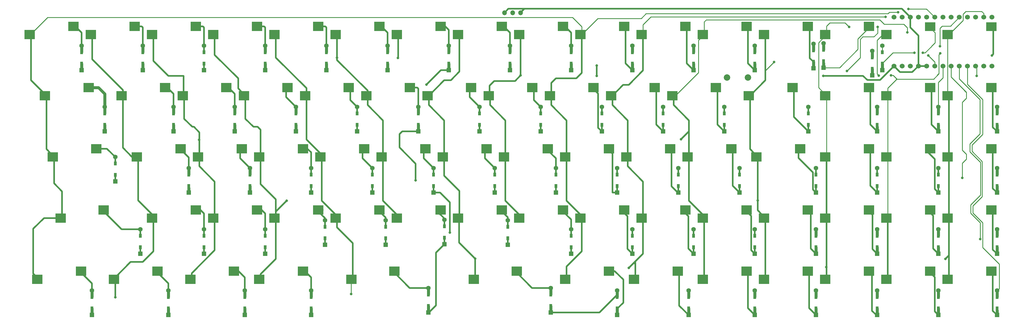
<source format=gbl>
G04 #@! TF.GenerationSoftware,KiCad,Pcbnew,(5.1.10-1-10_14)*
G04 #@! TF.CreationDate,2021-12-29T22:31:36+09:00*
G04 #@! TF.ProjectId,9674GL,39363734-474c-42e6-9b69-6361645f7063,rev?*
G04 #@! TF.SameCoordinates,Original*
G04 #@! TF.FileFunction,Copper,L2,Bot*
G04 #@! TF.FilePolarity,Positive*
%FSLAX46Y46*%
G04 Gerber Fmt 4.6, Leading zero omitted, Abs format (unit mm)*
G04 Created by KiCad (PCBNEW (5.1.10-1-10_14)) date 2021-12-29 22:31:36*
%MOMM*%
%LPD*%
G01*
G04 APERTURE LIST*
G04 #@! TA.AperFunction,ComponentPad*
%ADD10C,1.397000*%
G04 #@! TD*
G04 #@! TA.AperFunction,ComponentPad*
%ADD11R,1.397000X1.397000*%
G04 #@! TD*
G04 #@! TA.AperFunction,SMDPad,CuDef*
%ADD12R,0.950000X1.300000*%
G04 #@! TD*
G04 #@! TA.AperFunction,SMDPad,CuDef*
%ADD13R,3.300000X3.000000*%
G04 #@! TD*
G04 #@! TA.AperFunction,SMDPad,CuDef*
%ADD14R,3.300000X2.800000*%
G04 #@! TD*
G04 #@! TA.AperFunction,ComponentPad*
%ADD15O,1.500000X1.500000*%
G04 #@! TD*
G04 #@! TA.AperFunction,ComponentPad*
%ADD16C,1.524000*%
G04 #@! TD*
G04 #@! TA.AperFunction,ComponentPad*
%ADD17C,2.000000*%
G04 #@! TD*
G04 #@! TA.AperFunction,ViaPad*
%ADD18C,0.800000*%
G04 #@! TD*
G04 #@! TA.AperFunction,Conductor*
%ADD19C,0.500000*%
G04 #@! TD*
G04 #@! TA.AperFunction,Conductor*
%ADD20C,0.900000*%
G04 #@! TD*
G04 #@! TA.AperFunction,Conductor*
%ADD21C,0.250000*%
G04 #@! TD*
G04 APERTURE END LIST*
D10*
X64293750Y-105727500D03*
D11*
X64293750Y-113347500D03*
D12*
X64293750Y-111312500D03*
X64293750Y-107762500D03*
D10*
X37306250Y-29527500D03*
D11*
X37306250Y-37147500D03*
D12*
X37306250Y-35112500D03*
X37306250Y-31562500D03*
D10*
X322262500Y-105727500D03*
D11*
X322262500Y-113347500D03*
D12*
X322262500Y-111312500D03*
X322262500Y-107762500D03*
D10*
X322262500Y-86677500D03*
D11*
X322262500Y-94297500D03*
D12*
X322262500Y-92262500D03*
X322262500Y-88712500D03*
D10*
X322262500Y-67627500D03*
D11*
X322262500Y-75247500D03*
D12*
X322262500Y-73212500D03*
X322262500Y-69662500D03*
D10*
X322262500Y-48577500D03*
D11*
X322262500Y-56197500D03*
D12*
X322262500Y-54162500D03*
X322262500Y-50612500D03*
D10*
X283368750Y-31115000D03*
D11*
X283368750Y-38735000D03*
D12*
X283368750Y-36700000D03*
X283368750Y-33150000D03*
D10*
X304006250Y-105727500D03*
D11*
X304006250Y-113347500D03*
D12*
X304006250Y-111312500D03*
X304006250Y-107762500D03*
D10*
X304006250Y-86677500D03*
D11*
X304006250Y-94297500D03*
D12*
X304006250Y-92262500D03*
X304006250Y-88712500D03*
D10*
X304006250Y-67627500D03*
D11*
X304006250Y-75247500D03*
D12*
X304006250Y-73212500D03*
X304006250Y-69662500D03*
D10*
X304006250Y-48577500D03*
D11*
X304006250Y-56197500D03*
D12*
X304006250Y-54162500D03*
X304006250Y-50612500D03*
D10*
X286543750Y-29527500D03*
D11*
X286543750Y-37147500D03*
D12*
X286543750Y-35112500D03*
X286543750Y-31562500D03*
D10*
X284956250Y-105727500D03*
D11*
X284956250Y-113347500D03*
D12*
X284956250Y-111312500D03*
X284956250Y-107762500D03*
D10*
X284956250Y-86677500D03*
D11*
X284956250Y-94297500D03*
D12*
X284956250Y-92262500D03*
X284956250Y-88712500D03*
D10*
X284956250Y-67627500D03*
D11*
X284956250Y-75247500D03*
D12*
X284956250Y-73212500D03*
X284956250Y-69662500D03*
D10*
X284956250Y-48577500D03*
D11*
X284956250Y-56197500D03*
D12*
X284956250Y-54162500D03*
X284956250Y-50612500D03*
D10*
X268287500Y-28733750D03*
D11*
X268287500Y-36353750D03*
D12*
X268287500Y-34318750D03*
X268287500Y-30768750D03*
D10*
X265906250Y-105727500D03*
D11*
X265906250Y-113347500D03*
D12*
X265906250Y-111312500D03*
X265906250Y-107762500D03*
D10*
X265906250Y-86677500D03*
D11*
X265906250Y-94297500D03*
D12*
X265906250Y-92262500D03*
X265906250Y-88712500D03*
D10*
X265906250Y-67627500D03*
D11*
X265906250Y-75247500D03*
D12*
X265906250Y-73212500D03*
X265906250Y-69662500D03*
D10*
X263525000Y-48577500D03*
D11*
X263525000Y-56197500D03*
D12*
X263525000Y-54162500D03*
X263525000Y-50612500D03*
D10*
X265112500Y-28921250D03*
D11*
X265112500Y-36541250D03*
D12*
X265112500Y-34506250D03*
X265112500Y-30956250D03*
D10*
X246856250Y-105727500D03*
D11*
X246856250Y-113347500D03*
D12*
X246856250Y-111312500D03*
X246856250Y-107762500D03*
D10*
X246856250Y-86677500D03*
D11*
X246856250Y-94297500D03*
D12*
X246856250Y-92262500D03*
X246856250Y-88712500D03*
D10*
X242093750Y-67627500D03*
D11*
X242093750Y-75247500D03*
D12*
X242093750Y-73212500D03*
X242093750Y-69662500D03*
D10*
X237331250Y-48577500D03*
D11*
X237331250Y-56197500D03*
D12*
X237331250Y-54162500D03*
X237331250Y-50612500D03*
D10*
X246856250Y-29527500D03*
D11*
X246856250Y-37147500D03*
D12*
X246856250Y-35112500D03*
X246856250Y-31562500D03*
D10*
X226218750Y-105727500D03*
D11*
X226218750Y-113347500D03*
D12*
X226218750Y-111312500D03*
X226218750Y-107762500D03*
D10*
X227806250Y-86677500D03*
D11*
X227806250Y-94297500D03*
D12*
X227806250Y-92262500D03*
X227806250Y-88712500D03*
D10*
X223043750Y-67627500D03*
D11*
X223043750Y-75247500D03*
D12*
X223043750Y-73212500D03*
X223043750Y-69662500D03*
D10*
X218281250Y-48577500D03*
D11*
X218281250Y-56197500D03*
D12*
X218281250Y-54162500D03*
X218281250Y-50612500D03*
D10*
X227806250Y-29527500D03*
D11*
X227806250Y-37147500D03*
D12*
X227806250Y-35112500D03*
X227806250Y-31562500D03*
D10*
X203993750Y-105727500D03*
D11*
X203993750Y-113347500D03*
D12*
X203993750Y-111312500D03*
X203993750Y-107762500D03*
D10*
X208756250Y-86677500D03*
D11*
X208756250Y-94297500D03*
D12*
X208756250Y-92262500D03*
X208756250Y-88712500D03*
D10*
X203993750Y-67627500D03*
D11*
X203993750Y-75247500D03*
D12*
X203993750Y-73212500D03*
X203993750Y-69662500D03*
D10*
X199231250Y-48577500D03*
D11*
X199231250Y-56197500D03*
D12*
X199231250Y-54162500D03*
X199231250Y-50612500D03*
D10*
X208756250Y-29527500D03*
D11*
X208756250Y-37147500D03*
D12*
X208756250Y-35112500D03*
X208756250Y-31562500D03*
D10*
X189706250Y-86677500D03*
D11*
X189706250Y-94297500D03*
D12*
X189706250Y-92262500D03*
X189706250Y-88712500D03*
D10*
X184943750Y-67627500D03*
D11*
X184943750Y-75247500D03*
D12*
X184943750Y-73212500D03*
X184943750Y-69662500D03*
D10*
X180181250Y-48577500D03*
D11*
X180181250Y-56197500D03*
D12*
X180181250Y-54162500D03*
X180181250Y-50612500D03*
D10*
X189706250Y-29527500D03*
D11*
X189706250Y-37147500D03*
D12*
X189706250Y-35112500D03*
X189706250Y-31562500D03*
D10*
X183356250Y-104933750D03*
D11*
X183356250Y-112553750D03*
D12*
X183356250Y-110518750D03*
X183356250Y-106968750D03*
D10*
X169926000Y-83820000D03*
D11*
X169926000Y-91440000D03*
D12*
X169926000Y-89405000D03*
X169926000Y-85855000D03*
D10*
X165893750Y-67627500D03*
D11*
X165893750Y-75247500D03*
D12*
X165893750Y-73212500D03*
X165893750Y-69662500D03*
D10*
X161131250Y-48577500D03*
D11*
X161131250Y-56197500D03*
D12*
X161131250Y-54162500D03*
X161131250Y-50612500D03*
D10*
X170656250Y-29527500D03*
D11*
X170656250Y-37147500D03*
D12*
X170656250Y-35112500D03*
X170656250Y-31562500D03*
D10*
X150241000Y-83693000D03*
D11*
X150241000Y-91313000D03*
D12*
X150241000Y-89278000D03*
X150241000Y-85728000D03*
D10*
X146843750Y-67627500D03*
D11*
X146843750Y-75247500D03*
D12*
X146843750Y-73212500D03*
X146843750Y-69662500D03*
D10*
X142081250Y-48577500D03*
D11*
X142081250Y-56197500D03*
D12*
X142081250Y-54162500D03*
X142081250Y-50612500D03*
D10*
X151606250Y-29527500D03*
D11*
X151606250Y-37147500D03*
D12*
X151606250Y-35112500D03*
X151606250Y-31562500D03*
D10*
X132556250Y-29527500D03*
D11*
X132556250Y-37147500D03*
D12*
X132556250Y-35112500D03*
X132556250Y-31562500D03*
D10*
X145256250Y-104933750D03*
D11*
X145256250Y-112553750D03*
D12*
X145256250Y-110518750D03*
X145256250Y-106968750D03*
D10*
X131953000Y-83820000D03*
D11*
X131953000Y-91440000D03*
D12*
X131953000Y-89405000D03*
X131953000Y-85855000D03*
D10*
X127793750Y-67627500D03*
D11*
X127793750Y-75247500D03*
D12*
X127793750Y-73212500D03*
X127793750Y-69662500D03*
D10*
X123031250Y-48577500D03*
D11*
X123031250Y-56197500D03*
D12*
X123031250Y-54162500D03*
X123031250Y-50612500D03*
D10*
X113506250Y-29527500D03*
D11*
X113506250Y-37147500D03*
D12*
X113506250Y-35112500D03*
X113506250Y-31562500D03*
D10*
X108743750Y-105727500D03*
D11*
X108743750Y-113347500D03*
D12*
X108743750Y-111312500D03*
X108743750Y-107762500D03*
D10*
X113030000Y-83820000D03*
D11*
X113030000Y-91440000D03*
D12*
X113030000Y-89405000D03*
X113030000Y-85855000D03*
D10*
X108743750Y-67627500D03*
D11*
X108743750Y-75247500D03*
D12*
X108743750Y-73212500D03*
X108743750Y-69662500D03*
D10*
X103981250Y-48577500D03*
D11*
X103981250Y-56197500D03*
D12*
X103981250Y-54162500D03*
X103981250Y-50612500D03*
D10*
X94456250Y-29527500D03*
D11*
X94456250Y-37147500D03*
D12*
X94456250Y-35112500D03*
X94456250Y-31562500D03*
D10*
X88106250Y-105727500D03*
D11*
X88106250Y-113347500D03*
D12*
X88106250Y-111312500D03*
X88106250Y-107762500D03*
D10*
X94456250Y-86677500D03*
D11*
X94456250Y-94297500D03*
D12*
X94456250Y-92262500D03*
X94456250Y-88712500D03*
D10*
X89693750Y-67627500D03*
D11*
X89693750Y-75247500D03*
D12*
X89693750Y-73212500D03*
X89693750Y-69662500D03*
D10*
X84931250Y-48577500D03*
D11*
X84931250Y-56197500D03*
D12*
X84931250Y-54162500D03*
X84931250Y-50612500D03*
D10*
X75406250Y-29527500D03*
D11*
X75406250Y-37147500D03*
D12*
X75406250Y-35112500D03*
X75406250Y-31562500D03*
D10*
X75406250Y-86677500D03*
D11*
X75406250Y-94297500D03*
D12*
X75406250Y-92262500D03*
X75406250Y-88712500D03*
D10*
X70643750Y-67627500D03*
D11*
X70643750Y-75247500D03*
D12*
X70643750Y-73212500D03*
X70643750Y-69662500D03*
D10*
X65881250Y-48577500D03*
D11*
X65881250Y-56197500D03*
D12*
X65881250Y-54162500D03*
X65881250Y-50612500D03*
D10*
X56356250Y-29527500D03*
D11*
X56356250Y-37147500D03*
D12*
X56356250Y-35112500D03*
X56356250Y-31562500D03*
D10*
X40481250Y-105727500D03*
D11*
X40481250Y-113347500D03*
D12*
X40481250Y-111312500D03*
X40481250Y-107762500D03*
D10*
X55562500Y-86677500D03*
D11*
X55562500Y-94297500D03*
D12*
X55562500Y-92262500D03*
X55562500Y-88712500D03*
D10*
X47752000Y-64135000D03*
D11*
X47752000Y-71755000D03*
D12*
X47752000Y-69720000D03*
X47752000Y-66170000D03*
D10*
X44450000Y-48577500D03*
D11*
X44450000Y-56197500D03*
D12*
X44450000Y-54162500D03*
X44450000Y-50612500D03*
D13*
X168075000Y-80605000D03*
X154475000Y-83145000D03*
X60918750Y-99655000D03*
X47318750Y-102195000D03*
X28268750Y-64095000D03*
X41868750Y-61555000D03*
X301425000Y-42505000D03*
X287825000Y-45045000D03*
X44150000Y-80645000D03*
X30750000Y-83185000D03*
X172737500Y-99695000D03*
X159337500Y-102235000D03*
X134637500Y-99695000D03*
X121237500Y-102235000D03*
X287825000Y-25995000D03*
D14*
X301425000Y-23555000D03*
D13*
X306875000Y-25995000D03*
D14*
X320475000Y-23555000D03*
D15*
X173950000Y-19227000D03*
X171450000Y-19227000D03*
X168950000Y-19227000D03*
D13*
X320475000Y-80605000D03*
X306875000Y-83145000D03*
X282375000Y-23455000D03*
X268775000Y-25995000D03*
D16*
X290163250Y-20637500D03*
X290163250Y-35857500D03*
X292703250Y-35857500D03*
X295243250Y-35857500D03*
X297783250Y-35857500D03*
X300323250Y-35857500D03*
X302863250Y-35857500D03*
X305403250Y-35857500D03*
X307943250Y-35857500D03*
X310483250Y-35857500D03*
X313023250Y-35857500D03*
X315563250Y-35857500D03*
X318103250Y-35857500D03*
X320643250Y-35857500D03*
X320643250Y-20637500D03*
X318103250Y-20637500D03*
X315563250Y-20637500D03*
X313023250Y-20637500D03*
X310483250Y-20637500D03*
X307943250Y-20637500D03*
X305403250Y-20637500D03*
X302863250Y-20637500D03*
X300323250Y-20637500D03*
X297783250Y-20637500D03*
X295243250Y-20637500D03*
X292703250Y-20637500D03*
D13*
X84731250Y-99655000D03*
X71131250Y-102195000D03*
D17*
X244677000Y-39370000D03*
X238177000Y-39370000D03*
D13*
X320475000Y-99655000D03*
X306875000Y-102195000D03*
X320475000Y-61555000D03*
X306875000Y-64095000D03*
X320475000Y-42505000D03*
X306875000Y-45045000D03*
X301425000Y-99655000D03*
X287825000Y-102195000D03*
X301425000Y-80605000D03*
X287825000Y-83145000D03*
X301425000Y-61555000D03*
X287825000Y-64095000D03*
X282375000Y-99655000D03*
X268775000Y-102195000D03*
X282375000Y-80605000D03*
X268775000Y-83145000D03*
X282375000Y-61555000D03*
X268775000Y-64095000D03*
X282375000Y-42505000D03*
X268775000Y-45045000D03*
X263325000Y-99655000D03*
X249725000Y-102195000D03*
X263325000Y-80605000D03*
X249725000Y-83145000D03*
X260943750Y-61555000D03*
X247343750Y-64095000D03*
X244962500Y-45045000D03*
X258562500Y-42505000D03*
X263325000Y-23455000D03*
X249725000Y-25995000D03*
X244275000Y-99655000D03*
X230675000Y-102195000D03*
X244275000Y-80605000D03*
X230675000Y-83145000D03*
X239512500Y-61555000D03*
X225912500Y-64095000D03*
X234750000Y-42505000D03*
X221150000Y-45045000D03*
X244275000Y-23455000D03*
X230675000Y-25995000D03*
X222843750Y-99655000D03*
X209243750Y-102195000D03*
X225225000Y-80605000D03*
X211625000Y-83145000D03*
X220462500Y-61555000D03*
X206862500Y-64095000D03*
X215700000Y-42505000D03*
X202100000Y-45045000D03*
X225225000Y-23455000D03*
X211625000Y-25995000D03*
X201412500Y-99655000D03*
X187812500Y-102195000D03*
X206175000Y-80605000D03*
X192575000Y-83145000D03*
X201412500Y-61555000D03*
X187812500Y-64095000D03*
X196650000Y-42505000D03*
X183050000Y-45045000D03*
X206175000Y-23455000D03*
X192575000Y-25995000D03*
X187125000Y-80605000D03*
X173525000Y-83145000D03*
X182362500Y-61555000D03*
X168762500Y-64095000D03*
X177600000Y-42505000D03*
X164000000Y-45045000D03*
X187125000Y-23455000D03*
X173525000Y-25995000D03*
X163312500Y-61555000D03*
X149712500Y-64095000D03*
X158550000Y-42505000D03*
X144950000Y-45045000D03*
X168075000Y-23455000D03*
X154475000Y-25995000D03*
X149025000Y-80605000D03*
X135425000Y-83145000D03*
X144262500Y-61555000D03*
X130662500Y-64095000D03*
X139500000Y-42505000D03*
X125900000Y-45045000D03*
X149025000Y-23455000D03*
X135425000Y-25995000D03*
X129975000Y-23455000D03*
X116375000Y-25995000D03*
X129975000Y-80605000D03*
X116375000Y-83145000D03*
X125212500Y-61555000D03*
X111612500Y-64095000D03*
X120450000Y-42505000D03*
X106850000Y-45045000D03*
X110925000Y-23455000D03*
X97325000Y-25995000D03*
X106162500Y-99655000D03*
X92562500Y-102195000D03*
X110925000Y-80605000D03*
X97325000Y-83145000D03*
X106162500Y-61555000D03*
X92562500Y-64095000D03*
X101400000Y-42505000D03*
X87800000Y-45045000D03*
X91875000Y-23455000D03*
X78275000Y-25995000D03*
X91875000Y-80605000D03*
X78275000Y-83145000D03*
X87112500Y-61555000D03*
X73512500Y-64095000D03*
X82350000Y-42505000D03*
X68750000Y-45045000D03*
X72825000Y-23455000D03*
X59225000Y-25995000D03*
X72825000Y-80605000D03*
X59225000Y-83145000D03*
X68062500Y-61555000D03*
X54462500Y-64095000D03*
X63300000Y-42505000D03*
X49700000Y-45045000D03*
X53775000Y-23455000D03*
X40175000Y-25995000D03*
X37106250Y-99655000D03*
X23506250Y-102195000D03*
X25887500Y-45045000D03*
X39487500Y-42505000D03*
X34725000Y-23455000D03*
X21125000Y-25995000D03*
D18*
X291425000Y-19075000D03*
X294700000Y-18075000D03*
X207645000Y-98679000D03*
X47768750Y-107843750D03*
X287525000Y-20500000D03*
X73875001Y-58793751D03*
X294354999Y-25320001D03*
X223931250Y-58593750D03*
X247793750Y-77643750D03*
X252868751Y-34587501D03*
X101112500Y-77787500D03*
X304475000Y-29650000D03*
X276225000Y-23656002D03*
X269081250Y-98425000D03*
X121150000Y-106807000D03*
X197643750Y-35718750D03*
X197643750Y-38893750D03*
X135731250Y-33337500D03*
X116825000Y-33225000D03*
X304575000Y-31875000D03*
X285425000Y-38800000D03*
X289225000Y-38750000D03*
X159771501Y-95815999D03*
X306197000Y-95885000D03*
X173975000Y-38750000D03*
X315912500Y-38893750D03*
X299200000Y-31725000D03*
X296525000Y-31725000D03*
X320675000Y-32543750D03*
X268128750Y-38893750D03*
X275497749Y-37377251D03*
X285075000Y-23650000D03*
X300831250Y-32543750D03*
X144667499Y-41592499D03*
X141287500Y-71437500D03*
X311404000Y-70612000D03*
X316992000Y-89662000D03*
X151892000Y-87630000D03*
D19*
X34275000Y-23455000D02*
X35361250Y-23455000D01*
X37306250Y-25400000D02*
X37306250Y-29527500D01*
X35361250Y-23455000D02*
X37306250Y-25400000D01*
D20*
X37306250Y-31562500D02*
X37306250Y-29527500D01*
D19*
X26337500Y-61713750D02*
X28718750Y-64095000D01*
X26337500Y-45045000D02*
X26337500Y-61713750D01*
X28718750Y-64095000D02*
X28718750Y-72375000D01*
X31200000Y-74856250D02*
X31200000Y-83185000D01*
X28718750Y-72375000D02*
X31200000Y-74856250D01*
X193025000Y-25995000D02*
X193025000Y-37956250D01*
X193025000Y-37956250D02*
X191293750Y-39687500D01*
X191293750Y-39687500D02*
X184943750Y-39687500D01*
X183500000Y-41131250D02*
X183500000Y-45045000D01*
X184943750Y-39687500D02*
X183500000Y-41131250D01*
X188262500Y-52761502D02*
X183500000Y-47999002D01*
X183500000Y-47999002D02*
X183500000Y-45045000D01*
X188262500Y-64095000D02*
X188262500Y-52761502D01*
X193025000Y-82544998D02*
X193025000Y-83145000D01*
X188262500Y-64095000D02*
X188262500Y-77782498D01*
X188262500Y-77782498D02*
X193025000Y-82544998D01*
X193025000Y-83145000D02*
X193025000Y-93518750D01*
X188262500Y-98281250D02*
X188262500Y-102195000D01*
X193025000Y-93518750D02*
X188262500Y-98281250D01*
X25558750Y-83185000D02*
X22225000Y-86518750D01*
X22225000Y-86518750D02*
X22225000Y-100463750D01*
X22225000Y-100463750D02*
X23956250Y-102195000D01*
X31200000Y-83185000D02*
X25558750Y-83185000D01*
D21*
X21575000Y-25995000D02*
X21575000Y-25850000D01*
X193025000Y-25995000D02*
X193025000Y-23600000D01*
X26725000Y-20700000D02*
X190125000Y-20700000D01*
X190125000Y-20700000D02*
X193025000Y-23600000D01*
X21575000Y-25850000D02*
X26725000Y-20700000D01*
D19*
X21575000Y-40282500D02*
X21575000Y-25995000D01*
X26337500Y-45045000D02*
X21575000Y-40282500D01*
D21*
X212999501Y-19550499D02*
X288297501Y-19550499D01*
X197995000Y-21025000D02*
X211525000Y-21025000D01*
X211525000Y-21025000D02*
X212999501Y-19550499D01*
X193025000Y-25995000D02*
X197995000Y-21025000D01*
X288297501Y-19550499D02*
X288773000Y-19075000D01*
X289200000Y-19075000D02*
X291425000Y-19075000D01*
X288773000Y-19075000D02*
X289200000Y-19075000D01*
X294700000Y-18075000D02*
X294700000Y-18075000D01*
X302863250Y-20637500D02*
X300300750Y-18075000D01*
X300300750Y-18075000D02*
X294700000Y-18075000D01*
D20*
X44450000Y-50612500D02*
X44450000Y-48577500D01*
X39037500Y-42505000D02*
X42505000Y-42505000D01*
X44450000Y-44450000D02*
X44450000Y-48577500D01*
X42505000Y-42505000D02*
X44450000Y-44450000D01*
D19*
X47752000Y-66170000D02*
X47752000Y-64135000D01*
X47752000Y-64135000D02*
X45172000Y-61555000D01*
X45172000Y-61555000D02*
X44744000Y-61555000D01*
X44744000Y-61555000D02*
X41418750Y-61555000D01*
X55562500Y-88712500D02*
X55562500Y-86677500D01*
X49732500Y-86677500D02*
X55562500Y-86677500D01*
X43700000Y-80645000D02*
X49732500Y-86677500D01*
D20*
X40481250Y-107762500D02*
X40481250Y-105727500D01*
D19*
X40481250Y-103480000D02*
X36656250Y-99655000D01*
X40481250Y-105727500D02*
X40481250Y-103480000D01*
X53325000Y-23455000D02*
X55998750Y-23455000D01*
X56356250Y-23812500D02*
X56356250Y-29527500D01*
X55998750Y-23455000D02*
X56356250Y-23812500D01*
D20*
X56356250Y-31562500D02*
X56356250Y-29527500D01*
D19*
X40625000Y-25995000D02*
X40625000Y-32400000D01*
X50150000Y-45045000D02*
X50150000Y-43300000D01*
X50150000Y-43300000D02*
X40625000Y-33775000D01*
X40625000Y-32400000D02*
X40625000Y-33775000D01*
X54912500Y-64095000D02*
X52982500Y-64095000D01*
X52982500Y-64095000D02*
X50150000Y-61262500D01*
X50150000Y-61262500D02*
X50150000Y-45045000D01*
X54912500Y-64095000D02*
X54912500Y-77643750D01*
X54912500Y-77643750D02*
X59675000Y-82406250D01*
X59675000Y-82406250D02*
X59675000Y-83145000D01*
X207312500Y-67049002D02*
X207312500Y-64095000D01*
X212075000Y-71811502D02*
X207312500Y-67049002D01*
X212075000Y-83145000D02*
X212075000Y-71811502D01*
X202550000Y-47999002D02*
X202550000Y-45045000D01*
X207312500Y-52761502D02*
X202550000Y-47999002D01*
X207312500Y-64095000D02*
X207312500Y-52761502D01*
D21*
X46831250Y-103132500D02*
X47768750Y-102195000D01*
D19*
X47768750Y-102195000D02*
X47768750Y-107843750D01*
D21*
X47768750Y-107843750D02*
X47768750Y-107843750D01*
D19*
X59675000Y-93475000D02*
X56312500Y-96837500D01*
X56312500Y-96837500D02*
X52537500Y-96837500D01*
D21*
X47768750Y-102195000D02*
X47768750Y-101606250D01*
D19*
X47768750Y-101606250D02*
X52537500Y-96837500D01*
X59675000Y-83145000D02*
X59675000Y-93475000D01*
D21*
X212075000Y-25995000D02*
X212075000Y-22950000D01*
X212075000Y-22950000D02*
X214525000Y-20500000D01*
X214525000Y-20500000D02*
X287525000Y-20500000D01*
X305162500Y-20637500D02*
X305403250Y-20637500D01*
D19*
X205895000Y-41700000D02*
X202550000Y-45045000D01*
X207600000Y-41700000D02*
X205895000Y-41700000D01*
X212075000Y-37225000D02*
X207600000Y-41700000D01*
X212075000Y-25995000D02*
X212075000Y-37225000D01*
X212075000Y-94249000D02*
X212075000Y-83145000D01*
X209232500Y-97091500D02*
X212075000Y-94249000D01*
X209660250Y-97519250D02*
X209232500Y-97091500D01*
X209693750Y-97519250D02*
X209660250Y-97519250D01*
X207645000Y-98679000D02*
X209232500Y-97091500D01*
X209693750Y-102195000D02*
X209693750Y-97519250D01*
X209693750Y-97519250D02*
X209693750Y-96757250D01*
X62850000Y-42505000D02*
X63936250Y-42505000D01*
X63936250Y-42505000D02*
X65881250Y-44450000D01*
X65881250Y-44450000D02*
X65881250Y-48577500D01*
D20*
X65881250Y-50612500D02*
X65881250Y-48577500D01*
D19*
X67612500Y-61555000D02*
X67905000Y-61555000D01*
X67905000Y-61555000D02*
X70643750Y-64293750D01*
X70643750Y-64293750D02*
X70643750Y-67627500D01*
D20*
X70643750Y-69662500D02*
X70643750Y-67627500D01*
D19*
X72375000Y-80605000D02*
X74255000Y-80605000D01*
X74255000Y-80605000D02*
X75406250Y-81756250D01*
X75406250Y-81756250D02*
X75406250Y-86677500D01*
X75406250Y-88712500D02*
X75406250Y-86677500D01*
D20*
X64293750Y-107762500D02*
X64293750Y-105727500D01*
D19*
X64293750Y-103480000D02*
X60468750Y-99655000D01*
X64293750Y-105727500D02*
X64293750Y-103480000D01*
X72375000Y-23455000D02*
X75048750Y-23455000D01*
X75406250Y-23812500D02*
X75406250Y-29527500D01*
X75048750Y-23455000D02*
X75406250Y-23812500D01*
X75406250Y-31562500D02*
X75406250Y-29527500D01*
X59675000Y-25995000D02*
X59675000Y-34275000D01*
X69056250Y-38893750D02*
X69056250Y-44901250D01*
X69056250Y-44901250D02*
X69200000Y-45045000D01*
X64293750Y-38893750D02*
X69056250Y-38893750D01*
X59675000Y-34275000D02*
X64293750Y-38893750D01*
X69200000Y-45045000D02*
X69200000Y-52243750D01*
X69200000Y-52243750D02*
X71725000Y-54768750D01*
X71725000Y-54768750D02*
X72231250Y-54768750D01*
X73962500Y-56500000D02*
X73962500Y-64095000D01*
X72231250Y-54768750D02*
X73962500Y-56500000D01*
X78725000Y-71811502D02*
X78725000Y-83145000D01*
X73962500Y-67049002D02*
X78725000Y-71811502D01*
X73962500Y-64095000D02*
X73962500Y-67049002D01*
X221600000Y-47999002D02*
X226362500Y-52761502D01*
X226362500Y-52761502D02*
X226362500Y-55862500D01*
X221600000Y-45045000D02*
X221600000Y-47999002D01*
X231125000Y-82544998D02*
X231125000Y-83145000D01*
X226362500Y-64095000D02*
X226362500Y-77782498D01*
X226362500Y-77782498D02*
X231125000Y-82544998D01*
X231125000Y-83145000D02*
X231125000Y-99075000D01*
X231125000Y-99075000D02*
X231125000Y-102195000D01*
D21*
X222128998Y-45045000D02*
X221600000Y-45045000D01*
X231125000Y-25995000D02*
X229314999Y-27805001D01*
X229314999Y-27805001D02*
X229314999Y-37858999D01*
X229314999Y-37858999D02*
X222128998Y-45045000D01*
D19*
X226362500Y-58593750D02*
X226362500Y-64095000D01*
X226362500Y-55862500D02*
X226362500Y-58593750D01*
X78725000Y-93185752D02*
X78725000Y-83145000D01*
X71581250Y-100329502D02*
X78725000Y-93185752D01*
X71581250Y-102195000D02*
X71581250Y-100329502D01*
D21*
X285750000Y-21431250D02*
X286543750Y-22225000D01*
X231775000Y-21431250D02*
X285750000Y-21431250D01*
X231125000Y-22081250D02*
X231775000Y-21431250D01*
X231125000Y-25995000D02*
X231125000Y-22081250D01*
X286543750Y-22225000D02*
X286575000Y-22225000D01*
X287141170Y-22791170D02*
X293208830Y-22791170D01*
X286575000Y-22225000D02*
X287141170Y-22791170D01*
X293208830Y-22791170D02*
X294354999Y-23937339D01*
X294354999Y-23937339D02*
X294354999Y-25320001D01*
D19*
X226362500Y-56162500D02*
X226362500Y-55862500D01*
X223931250Y-58593750D02*
X226362500Y-56162500D01*
X81900000Y-42505000D02*
X82986250Y-42505000D01*
X82986250Y-42505000D02*
X84931250Y-44450000D01*
X84931250Y-44450000D02*
X84931250Y-48577500D01*
D20*
X84931250Y-50612500D02*
X84931250Y-48577500D01*
D19*
X86662500Y-64596250D02*
X89693750Y-67627500D01*
X86662500Y-61555000D02*
X86662500Y-64596250D01*
D20*
X89693750Y-69662500D02*
X89693750Y-67627500D01*
D19*
X91425000Y-80605000D02*
X93305000Y-80605000D01*
X93305000Y-80605000D02*
X94456250Y-81756250D01*
X94456250Y-81756250D02*
X94456250Y-86677500D01*
X94456250Y-88712500D02*
X94456250Y-86677500D01*
X84281250Y-99655000D02*
X86161250Y-99655000D01*
X86161250Y-99655000D02*
X88106250Y-101600000D01*
X88106250Y-101600000D02*
X88106250Y-105727500D01*
D20*
X88106250Y-107762500D02*
X88106250Y-105727500D01*
D19*
X91425000Y-23455000D02*
X94098750Y-23455000D01*
X94456250Y-23812500D02*
X94456250Y-29527500D01*
X94098750Y-23455000D02*
X94456250Y-23812500D01*
D20*
X94456250Y-31562500D02*
X94456250Y-29527500D01*
D19*
X78725000Y-25995000D02*
X78725000Y-32400000D01*
X78725000Y-32400000D02*
X86012500Y-39687500D01*
X86012500Y-42807500D02*
X88250000Y-45045000D01*
X86012500Y-39687500D02*
X86012500Y-42807500D01*
X88250000Y-45045000D02*
X88250000Y-52243750D01*
X88250000Y-52243750D02*
X90775000Y-54768750D01*
X90775000Y-54768750D02*
X92075000Y-54768750D01*
X93012500Y-55706250D02*
X93012500Y-64095000D01*
X92075000Y-54768750D02*
X93012500Y-55706250D01*
X245412500Y-61713750D02*
X247793750Y-64095000D01*
X245412500Y-45045000D02*
X245412500Y-61713750D01*
X250175000Y-40282500D02*
X245412500Y-45045000D01*
X250175000Y-37300000D02*
X250175000Y-40282500D01*
X247793750Y-80763750D02*
X250175000Y-83145000D01*
X247793750Y-77643750D02*
X247793750Y-80763750D01*
X247793750Y-64095000D02*
X247793750Y-77643750D01*
X250175000Y-83145000D02*
X250175000Y-102195000D01*
X97775000Y-82544998D02*
X97775000Y-83145000D01*
X250175000Y-25995000D02*
X250175000Y-34275000D01*
X250175000Y-34275000D02*
X250175000Y-37300000D01*
X97775000Y-83145000D02*
X97775000Y-81125000D01*
X97775000Y-81125000D02*
X101112500Y-77787500D01*
X93012500Y-71187500D02*
X93012500Y-64095000D01*
X93012500Y-72637500D02*
X93012500Y-71187500D01*
X97700000Y-77325000D02*
X93012500Y-72637500D01*
X97775000Y-77325000D02*
X97700000Y-77325000D01*
X97775000Y-83145000D02*
X97775000Y-77325000D01*
X97775000Y-95900000D02*
X97775000Y-83145000D01*
X93012500Y-100662500D02*
X97775000Y-95900000D01*
X93012500Y-102195000D02*
X93012500Y-100662500D01*
D21*
X250175000Y-37281252D02*
X250175000Y-37300000D01*
X252868751Y-34587501D02*
X250175000Y-37281252D01*
X310483250Y-20637500D02*
X307752750Y-23368000D01*
X307752750Y-23368000D02*
X305207000Y-23368000D01*
X305207000Y-23368000D02*
X304475000Y-24100000D01*
X304475000Y-24100000D02*
X304475000Y-29650000D01*
D19*
X100950000Y-45546250D02*
X103981250Y-48577500D01*
X100950000Y-42505000D02*
X100950000Y-45546250D01*
D20*
X103981250Y-50612500D02*
X103981250Y-48577500D01*
D19*
X108743750Y-62706250D02*
X108743750Y-67627500D01*
X105712500Y-61555000D02*
X107592500Y-61555000D01*
X107592500Y-61555000D02*
X108743750Y-62706250D01*
X108743750Y-69662500D02*
X108743750Y-67627500D01*
X110475000Y-80605000D02*
X112355000Y-80605000D01*
X113030000Y-83160000D02*
X110475000Y-80605000D01*
X113030000Y-83820000D02*
X113030000Y-83160000D01*
X113030000Y-85855000D02*
X113030000Y-83820000D01*
X105712500Y-99655000D02*
X106798750Y-99655000D01*
X106798750Y-99655000D02*
X108743750Y-101600000D01*
X108743750Y-101600000D02*
X108743750Y-105727500D01*
D20*
X108743750Y-107762500D02*
X108743750Y-105727500D01*
D19*
X110475000Y-23455000D02*
X113148750Y-23455000D01*
X113506250Y-23812500D02*
X113506250Y-29527500D01*
X113148750Y-23455000D02*
X113506250Y-23812500D01*
D20*
X113506250Y-31562500D02*
X113506250Y-29527500D01*
D19*
X107300000Y-42718750D02*
X107300000Y-45045000D01*
X97775000Y-33193750D02*
X107300000Y-42718750D01*
X97775000Y-25995000D02*
X97775000Y-33193750D01*
X116825000Y-86099002D02*
X116825000Y-83145000D01*
X121687500Y-90961502D02*
X116825000Y-86099002D01*
X121687500Y-102235000D02*
X121687500Y-95800000D01*
X121687500Y-95800000D02*
X121687500Y-90961502D01*
X112062500Y-77782498D02*
X116825000Y-82544998D01*
X112062500Y-64095000D02*
X112062500Y-77782498D01*
X116825000Y-82544998D02*
X116825000Y-83145000D01*
X112062500Y-63494998D02*
X112062500Y-64095000D01*
X107300000Y-45045000D02*
X107300000Y-58732498D01*
X107300000Y-58732498D02*
X112062500Y-63494998D01*
D21*
X269225000Y-25995000D02*
X269225000Y-26050000D01*
X266700000Y-28575000D02*
X266700000Y-42520000D01*
X266700000Y-42520000D02*
X269225000Y-45045000D01*
X269225000Y-26050000D02*
X266700000Y-28575000D01*
X269225000Y-45045000D02*
X269225000Y-64095000D01*
D19*
X269225000Y-83145000D02*
X269225000Y-64095000D01*
X269225000Y-83145000D02*
X269225000Y-102195000D01*
D21*
X276225000Y-23656002D02*
X276225000Y-23656002D01*
X121150000Y-102772500D02*
X121687500Y-102235000D01*
X121150000Y-106807000D02*
X121150000Y-102772500D01*
X274937748Y-22368750D02*
X276225000Y-23656002D01*
X269225000Y-25995000D02*
X269225000Y-23383000D01*
X269225000Y-23383000D02*
X270239250Y-22368750D01*
X270239250Y-22368750D02*
X274937748Y-22368750D01*
D19*
X120930001Y-46476251D02*
X123031250Y-48577500D01*
X120000000Y-42505000D02*
X120930001Y-43435001D01*
X120930001Y-43435001D02*
X120930001Y-46476251D01*
X123031250Y-50612500D02*
X123031250Y-48577500D01*
X124762500Y-64596250D02*
X127793750Y-67627500D01*
X124762500Y-61555000D02*
X124762500Y-64596250D01*
X127793750Y-69662500D02*
X127793750Y-67627500D01*
X131953000Y-83033000D02*
X129525000Y-80605000D01*
X131953000Y-83820000D02*
X131953000Y-83033000D01*
X131953000Y-85855000D02*
X131953000Y-83820000D01*
X139426250Y-104933750D02*
X145256250Y-104933750D01*
X134187500Y-99695000D02*
X139426250Y-104933750D01*
D20*
X145256250Y-106968750D02*
X145256250Y-104933750D01*
D19*
X132556250Y-25400000D02*
X132556250Y-29527500D01*
X129525000Y-23455000D02*
X130611250Y-23455000D01*
X130611250Y-23455000D02*
X132556250Y-25400000D01*
D20*
X132556250Y-29527500D02*
X132556250Y-31562500D01*
D19*
X197643750Y-35718750D02*
X197643750Y-38893750D01*
X197643750Y-38893750D02*
X197643750Y-38893750D01*
X135875000Y-25995000D02*
X135875000Y-33193750D01*
X126350000Y-43512500D02*
X126350000Y-45045000D01*
X116825000Y-33987500D02*
X126350000Y-43512500D01*
X116825000Y-25995000D02*
X116825000Y-33225000D01*
X116825000Y-33225000D02*
X116825000Y-33987500D01*
X131112500Y-52761502D02*
X131112500Y-64095000D01*
X126350000Y-47999002D02*
X131112500Y-52761502D01*
X126350000Y-45045000D02*
X126350000Y-47999002D01*
X135875000Y-82544998D02*
X135875000Y-83145000D01*
X131112500Y-64095000D02*
X131112500Y-77782498D01*
X131112500Y-77782498D02*
X135875000Y-82544998D01*
D20*
X135875000Y-25034998D02*
X135875000Y-25995000D01*
X116825000Y-25995000D02*
X116872998Y-25995000D01*
D21*
X288275000Y-45045000D02*
X288275000Y-64095000D01*
X288275000Y-64095000D02*
X288275000Y-83145000D01*
D19*
X288275000Y-83145000D02*
X288275000Y-102195000D01*
D21*
X286742500Y-25995000D02*
X284956250Y-27781250D01*
X288275000Y-25995000D02*
X286742500Y-25995000D01*
X288131250Y-25851250D02*
X288275000Y-25995000D01*
X304575000Y-31875000D02*
X304175000Y-32275000D01*
X304175000Y-32275000D02*
X304175000Y-38125000D01*
X284956250Y-27781250D02*
X284956250Y-38331250D01*
X284956250Y-38331250D02*
X285425000Y-38800000D01*
X285425000Y-38800000D02*
X285450000Y-38825000D01*
D19*
X288318758Y-45001242D02*
X288275000Y-45045000D01*
D21*
X303550000Y-38750000D02*
X303738000Y-38562000D01*
X304175000Y-38125000D02*
X303738000Y-38562000D01*
X304175000Y-38125000D02*
X304175000Y-38217000D01*
X304175000Y-38217000D02*
X302514000Y-39878000D01*
X289225000Y-38750000D02*
X289956000Y-38750000D01*
X302514000Y-39878000D02*
X291084000Y-39878000D01*
X288275000Y-45045000D02*
X288275000Y-42687000D01*
X288275000Y-42687000D02*
X290639500Y-40322500D01*
X290957000Y-40005000D02*
X290893500Y-40068500D01*
X290893500Y-40068500D02*
X291084000Y-39878000D01*
X290957000Y-39751000D02*
X290957000Y-40005000D01*
X290957000Y-39751000D02*
X291084000Y-39878000D01*
X289956000Y-38750000D02*
X290830000Y-39624000D01*
X290830000Y-39624000D02*
X290957000Y-39751000D01*
X290830000Y-40132000D02*
X290639500Y-40322500D01*
X290830000Y-39624000D02*
X290830000Y-40132000D01*
X290639500Y-40322500D02*
X290893500Y-40068500D01*
D19*
X150455000Y-23455000D02*
X151606250Y-24606250D01*
X151606250Y-24606250D02*
X151606250Y-25400000D01*
X151606250Y-25400000D02*
X151606250Y-29527500D01*
X148575000Y-23455000D02*
X150455000Y-23455000D01*
D20*
X151606250Y-31562500D02*
X151606250Y-29527500D01*
D19*
X139050000Y-42505000D02*
X141723750Y-42505000D01*
X142081250Y-42862500D02*
X142081250Y-48577500D01*
X141723750Y-42505000D02*
X142081250Y-42862500D01*
D20*
X142081250Y-50612500D02*
X142081250Y-48577500D01*
D19*
X143812500Y-64596250D02*
X146843750Y-67627500D01*
X143812500Y-61555000D02*
X143812500Y-64596250D01*
X146843750Y-67627500D02*
X146843750Y-69056250D01*
X146843750Y-69056250D02*
X146843750Y-69662500D01*
X148575000Y-81646000D02*
X150622000Y-83693000D01*
X148575000Y-80605000D02*
X148575000Y-81646000D01*
X150241000Y-85725000D02*
X150241000Y-83690000D01*
X167625000Y-23455000D02*
X168711250Y-23455000D01*
X168711250Y-23455000D02*
X170656250Y-25400000D01*
X170656250Y-25400000D02*
X170656250Y-29527500D01*
D20*
X170656250Y-31562500D02*
X170656250Y-29527500D01*
D19*
X150162500Y-52761502D02*
X150162500Y-64095000D01*
X145400000Y-47999002D02*
X150162500Y-52761502D01*
X145400000Y-45045000D02*
X145400000Y-47999002D01*
X150162500Y-64095000D02*
X150162500Y-69993750D01*
X154925000Y-74756250D02*
X154925000Y-83145000D01*
X150162500Y-69993750D02*
X154925000Y-74756250D01*
X307325000Y-83145000D02*
X307325000Y-64095000D01*
X307325000Y-64095000D02*
X307325000Y-45045000D01*
X307237501Y-44957501D02*
X307325000Y-45045000D01*
X307325000Y-102195000D02*
X307325000Y-96981250D01*
X159771501Y-102219001D02*
X159787500Y-102235000D01*
X159771501Y-95815999D02*
X159771501Y-102219001D01*
X159771501Y-95815999D02*
X154781250Y-90825748D01*
X154781250Y-83288750D02*
X154925000Y-83145000D01*
X154781250Y-90825748D02*
X154781250Y-83288750D01*
D21*
X307181250Y-96837500D02*
X307325000Y-96693750D01*
D19*
X307325000Y-96981250D02*
X307325000Y-96693750D01*
X307325000Y-96981250D02*
X307325000Y-96981250D01*
D21*
X307325000Y-25995000D02*
X307325000Y-26950000D01*
X307325000Y-26950000D02*
X306850000Y-27425000D01*
X306850000Y-44570000D02*
X307325000Y-45045000D01*
D19*
X145400000Y-45045000D02*
X150170000Y-40275000D01*
X150170000Y-40275000D02*
X152225000Y-40275000D01*
X154925000Y-37575000D02*
X154925000Y-35600000D01*
X152225000Y-40275000D02*
X154925000Y-37575000D01*
X154925000Y-25995000D02*
X154925000Y-35600000D01*
D21*
X306850000Y-27425000D02*
X306850000Y-44570000D01*
D19*
X307325000Y-94757000D02*
X307325000Y-83145000D01*
X307325000Y-96693750D02*
X307325000Y-94757000D01*
X306197000Y-95885000D02*
X306197000Y-95885000D01*
X306197000Y-95885000D02*
X307325000Y-94757000D01*
D21*
X318103250Y-19462750D02*
X318103250Y-20637500D01*
X317436500Y-18796000D02*
X318103250Y-19462750D01*
X312547000Y-18796000D02*
X317436500Y-18796000D01*
X311694000Y-21626000D02*
X311694000Y-19649000D01*
X311694000Y-19649000D02*
X312547000Y-18796000D01*
X307325000Y-25995000D02*
X311694000Y-21626000D01*
D19*
X158100000Y-45546250D02*
X161131250Y-48577500D01*
X158100000Y-42505000D02*
X158100000Y-45546250D01*
X161131250Y-48577500D02*
X161131250Y-50612500D01*
X162862500Y-64596250D02*
X165893750Y-67627500D01*
X162862500Y-61555000D02*
X162862500Y-64596250D01*
X165893750Y-69662500D02*
X165893750Y-67627500D01*
X169926000Y-85855000D02*
X169926000Y-83820000D01*
X169926000Y-82906000D02*
X167625000Y-80605000D01*
X169926000Y-83820000D02*
X169926000Y-82906000D01*
X177526250Y-104933750D02*
X183356250Y-104933750D01*
X172287500Y-99695000D02*
X177526250Y-104933750D01*
D20*
X183356250Y-106968750D02*
X183356250Y-104933750D01*
D19*
X186675000Y-23455000D02*
X187761250Y-23455000D01*
X187761250Y-23455000D02*
X189706250Y-25400000D01*
X189706250Y-25400000D02*
X189706250Y-29527500D01*
D20*
X189706250Y-29527500D02*
X189706250Y-31562500D01*
D19*
X173975000Y-25995000D02*
X173975000Y-38750000D01*
X164450000Y-47999002D02*
X164450000Y-45045000D01*
X169212500Y-52761502D02*
X164450000Y-47999002D01*
X169212500Y-64095000D02*
X169212500Y-52761502D01*
X173975000Y-82544998D02*
X173975000Y-83145000D01*
X169212500Y-64095000D02*
X169212500Y-77782498D01*
X169212500Y-77782498D02*
X173975000Y-82544998D01*
X173975000Y-38750000D02*
X173975000Y-38750000D01*
D21*
X315912500Y-36206750D02*
X315563250Y-35857500D01*
X315912500Y-38893750D02*
X315912500Y-36206750D01*
D19*
X164306250Y-44901250D02*
X164450000Y-45045000D01*
X164306250Y-41918750D02*
X164306250Y-44901250D01*
X165743750Y-40481250D02*
X164306250Y-41918750D01*
X172243750Y-40481250D02*
X165743750Y-40481250D01*
X173975000Y-38750000D02*
X172243750Y-40481250D01*
X178080001Y-46476251D02*
X180181250Y-48577500D01*
X177150000Y-42505000D02*
X178080001Y-43435001D01*
X178080001Y-43435001D02*
X178080001Y-46476251D01*
X180181250Y-50612500D02*
X180181250Y-49212500D01*
X180181250Y-49212500D02*
X180181250Y-48577500D01*
X184943750Y-64586250D02*
X184943750Y-67627500D01*
X181912500Y-61555000D02*
X184943750Y-64586250D01*
X184943750Y-67627500D02*
X184943750Y-69662500D01*
X186675000Y-80605000D02*
X189706250Y-83636250D01*
X189706250Y-84236252D02*
X189706250Y-86677500D01*
X189706250Y-83636250D02*
X189706250Y-84236252D01*
X189706250Y-88712500D02*
X189706250Y-86677500D01*
X206655001Y-24385001D02*
X206655001Y-35046251D01*
X205725000Y-23455000D02*
X206655001Y-24385001D01*
X206655001Y-35046251D02*
X208756250Y-37147500D01*
D20*
X208756250Y-37147500D02*
X208756250Y-35112500D01*
D19*
X198082749Y-55048999D02*
X199231250Y-56197500D01*
X198082749Y-44387749D02*
X198082749Y-55048999D01*
X196200000Y-42505000D02*
X198082749Y-44387749D01*
X199231250Y-56197500D02*
X199231250Y-54162500D01*
X203993750Y-75247500D02*
X203993750Y-73212500D01*
X203993750Y-75247500D02*
X202565000Y-75247500D01*
X202565000Y-63157500D02*
X200962500Y-61555000D01*
X202565000Y-75247500D02*
X202565000Y-63157500D01*
X208756250Y-92262500D02*
X208756250Y-94297500D01*
X205725000Y-80605000D02*
X205725000Y-81138000D01*
X207216375Y-92757625D02*
X208756250Y-94297500D01*
X205725000Y-81138000D02*
X207216375Y-82629375D01*
X207216375Y-82629375D02*
X207216375Y-92757625D01*
D20*
X203993750Y-113347500D02*
X203993750Y-111312500D01*
D19*
X203993750Y-113347500D02*
X203993750Y-111406250D01*
X203993750Y-111406250D02*
X205900000Y-109500000D01*
X205900000Y-102350000D02*
X203205000Y-99655000D01*
X203205000Y-99655000D02*
X200962500Y-99655000D01*
X205900000Y-109500000D02*
X205900000Y-102350000D01*
X225705001Y-35046251D02*
X227806250Y-37147500D01*
X224775000Y-23455000D02*
X225705001Y-24385001D01*
X225705001Y-24385001D02*
X225705001Y-35046251D01*
D20*
X227806250Y-37147500D02*
X227806250Y-35112500D01*
D19*
X216180001Y-54096251D02*
X218281250Y-56197500D01*
X215250000Y-42505000D02*
X216180001Y-43435001D01*
X216180001Y-43435001D02*
X216180001Y-54096251D01*
X218281250Y-54162500D02*
X218281250Y-56197500D01*
X220942501Y-62485001D02*
X220942501Y-73305001D01*
X220012500Y-61555000D02*
X220942501Y-62485001D01*
X222885000Y-75247500D02*
X223043750Y-75247500D01*
X220942501Y-73305001D02*
X222885000Y-75247500D01*
X223043750Y-73212500D02*
X223043750Y-75247500D01*
X227806250Y-94297500D02*
X227806250Y-92262500D01*
X224775000Y-80605000D02*
X224775000Y-81138000D01*
X226187000Y-82550000D02*
X226187000Y-92678250D01*
X226187000Y-92678250D02*
X227806250Y-94297500D01*
X224775000Y-81138000D02*
X226187000Y-82550000D01*
X223323751Y-110452501D02*
X226218750Y-113347500D01*
X222393750Y-99655000D02*
X223323751Y-100585001D01*
X223323751Y-100585001D02*
X223323751Y-110452501D01*
D20*
X226218750Y-113347500D02*
X226218750Y-111312500D01*
D19*
X244755001Y-35046251D02*
X246856250Y-37147500D01*
X243825000Y-23455000D02*
X244755001Y-24385001D01*
X244755001Y-24385001D02*
X244755001Y-35046251D01*
D20*
X246856250Y-35112500D02*
X246856250Y-37147500D01*
D19*
X235230001Y-54096251D02*
X237331250Y-56197500D01*
X234300000Y-42505000D02*
X235230001Y-43435001D01*
X235230001Y-43435001D02*
X235230001Y-54096251D01*
X237331250Y-56197500D02*
X237331250Y-54768750D01*
X237331250Y-54768750D02*
X237331250Y-54162500D01*
X239992501Y-73146251D02*
X242093750Y-75247500D01*
X239062500Y-61555000D02*
X239992501Y-62485001D01*
X239992501Y-62485001D02*
X239992501Y-73146251D01*
X242093750Y-75247500D02*
X242093750Y-73818750D01*
X242093750Y-73818750D02*
X242093750Y-73212500D01*
X245707749Y-93148999D02*
X246856250Y-94297500D01*
X245707749Y-82487749D02*
X245707749Y-93148999D01*
X243825000Y-80605000D02*
X245707749Y-82487749D01*
X246856250Y-92262500D02*
X246856250Y-94297500D01*
X244755001Y-111246251D02*
X246856250Y-113347500D01*
X243825000Y-99655000D02*
X244755001Y-100585001D01*
X244755001Y-100585001D02*
X244755001Y-111246251D01*
D20*
X246856250Y-113347500D02*
X246856250Y-111312500D01*
D19*
X262875000Y-23455000D02*
X263805001Y-24385001D01*
X263963999Y-24543999D02*
X262875000Y-23455000D01*
X265112500Y-34506250D02*
X263963999Y-33357749D01*
X263963999Y-33357749D02*
X263963999Y-24543999D01*
D20*
X265112500Y-36541250D02*
X265112500Y-34506250D01*
D19*
X259042501Y-43435001D02*
X259042501Y-51715001D01*
X258112500Y-42505000D02*
X259042501Y-43435001D01*
X259042501Y-51715001D02*
X263525000Y-56197500D01*
X263525000Y-54162500D02*
X263525000Y-56197500D01*
X264981249Y-74322499D02*
X265906250Y-75247500D01*
X264981249Y-68924999D02*
X264981249Y-74322499D01*
X260493750Y-64437500D02*
X264981249Y-68924999D01*
X260493750Y-61555000D02*
X260493750Y-64437500D01*
X265906250Y-73212500D02*
X265906250Y-75247500D01*
D20*
X265906250Y-94297500D02*
X265906250Y-92262500D01*
D19*
X262875000Y-80605000D02*
X264287000Y-82017000D01*
X264287000Y-82017000D02*
X264287000Y-92678250D01*
X264287000Y-92678250D02*
X265906250Y-94297500D01*
X263805001Y-111246251D02*
X265906250Y-113347500D01*
X262875000Y-99655000D02*
X263805001Y-100585001D01*
X263805001Y-100585001D02*
X263805001Y-111246251D01*
D20*
X265906250Y-113347500D02*
X265906250Y-111312500D01*
X268287500Y-36353750D02*
X268287500Y-34925000D01*
D21*
X268287500Y-36353750D02*
X273221250Y-36353750D01*
X273221250Y-36353750D02*
X278930000Y-30645000D01*
X281925000Y-24399000D02*
X278930000Y-27394000D01*
X278930000Y-27394000D02*
X278930000Y-30645000D01*
X281925000Y-23455000D02*
X281925000Y-24399000D01*
D19*
X282855001Y-54096251D02*
X284956250Y-56197500D01*
X281925000Y-42505000D02*
X282855001Y-43435001D01*
X282855001Y-43435001D02*
X282855001Y-54096251D01*
D20*
X284956250Y-56197500D02*
X284956250Y-54768750D01*
D19*
X282855001Y-73146251D02*
X284956250Y-75247500D01*
X281925000Y-61555000D02*
X282855001Y-62485001D01*
X282855001Y-62485001D02*
X282855001Y-73146251D01*
X284956250Y-73212500D02*
X284956250Y-75247500D01*
D20*
X284956250Y-94297500D02*
X284956250Y-92262500D01*
D19*
X281925000Y-80605000D02*
X281925000Y-80630000D01*
X283464000Y-82169000D02*
X283464000Y-92805250D01*
X283464000Y-92805250D02*
X284956250Y-94297500D01*
X281925000Y-80630000D02*
X283464000Y-82169000D01*
D20*
X284956250Y-113347500D02*
X284956250Y-111312500D01*
D19*
X281925000Y-99655000D02*
X283350000Y-101080000D01*
X283350000Y-101080000D02*
X283350000Y-112050000D01*
X284647500Y-113347500D02*
X284956250Y-113347500D01*
X283350000Y-112050000D02*
X284647500Y-113347500D01*
D20*
X286543750Y-37147500D02*
X286543750Y-35112500D01*
D21*
X286543750Y-35112500D02*
X286543750Y-35006250D01*
X286543750Y-35006250D02*
X289825000Y-31725000D01*
X296525000Y-31725000D02*
X296525000Y-31725000D01*
X299200000Y-31725000D02*
X299875000Y-31725000D01*
X303000000Y-28575000D02*
X303000000Y-25480000D01*
X303000000Y-25480000D02*
X300975000Y-23455000D01*
X301780001Y-29794999D02*
X303000000Y-28575000D01*
X299875000Y-31725000D02*
X301780001Y-29819999D01*
X301780001Y-29819999D02*
X301780001Y-29794999D01*
X289825000Y-31725000D02*
X296525000Y-31725000D01*
D19*
X301905001Y-54096251D02*
X304006250Y-56197500D01*
X300975000Y-42505000D02*
X301905001Y-43435001D01*
X301905001Y-43435001D02*
X301905001Y-54096251D01*
D20*
X304006250Y-54162500D02*
X304006250Y-56197500D01*
D19*
X302857749Y-74098999D02*
X304006250Y-75247500D01*
X300975000Y-61555000D02*
X300975000Y-62896468D01*
X300975000Y-62896468D02*
X302857749Y-64779217D01*
X302857749Y-64779217D02*
X302857749Y-74098999D01*
X304006250Y-73212500D02*
X304006250Y-75247500D01*
D20*
X304006250Y-94297500D02*
X304006250Y-92262500D01*
D19*
X300975000Y-80605000D02*
X300975000Y-81011000D01*
X302387000Y-82423000D02*
X302387000Y-92678250D01*
X302387000Y-92678250D02*
X304006250Y-94297500D01*
X300975000Y-81011000D02*
X302387000Y-82423000D01*
X302857749Y-112198999D02*
X304006250Y-113347500D01*
X302857749Y-101537749D02*
X302857749Y-112198999D01*
X300975000Y-99655000D02*
X302857749Y-101537749D01*
D20*
X304006250Y-113347500D02*
X304006250Y-111312500D01*
D19*
X320025000Y-23455000D02*
X320955001Y-24385001D01*
D20*
X283368750Y-38735000D02*
X283368750Y-36700000D01*
D19*
X321074999Y-24504999D02*
X320025000Y-23455000D01*
X321074999Y-32143751D02*
X321074999Y-24504999D01*
X320675000Y-32543750D02*
X321074999Y-32143751D01*
X320955001Y-54890001D02*
X322262500Y-56197500D01*
X320025000Y-42505000D02*
X320955001Y-43435001D01*
X320955001Y-43435001D02*
X320955001Y-54890001D01*
D20*
X322262500Y-56197500D02*
X322262500Y-54162500D01*
D19*
X320955001Y-73940001D02*
X322262500Y-75247500D01*
X320025000Y-61555000D02*
X320955001Y-62485001D01*
X320955001Y-62485001D02*
X320955001Y-73940001D01*
D20*
X322262500Y-75247500D02*
X322262500Y-73212500D01*
D19*
X320955001Y-92990001D02*
X322262500Y-94297500D01*
X320025000Y-80605000D02*
X320955001Y-81535001D01*
X320955001Y-81535001D02*
X320955001Y-92990001D01*
D20*
X322262500Y-94297500D02*
X322262500Y-92262500D01*
D19*
X320025000Y-99655000D02*
X320955001Y-100585001D01*
D20*
X322262500Y-113347500D02*
X322262500Y-111918750D01*
D19*
X320955001Y-102716999D02*
X320955001Y-102896001D01*
X320955001Y-112040001D02*
X322262500Y-113347500D01*
X320955001Y-112040001D02*
X320955001Y-102589999D01*
X320955001Y-102589999D02*
X320955001Y-102716999D01*
X320955001Y-100585001D02*
X320955001Y-102589999D01*
X290163250Y-35857500D02*
X289857500Y-35857500D01*
X297783250Y-35857500D02*
X300323250Y-35857500D01*
X290163250Y-35857500D02*
X292055750Y-37750000D01*
X295890750Y-37750000D02*
X297783250Y-35857500D01*
X292055750Y-37750000D02*
X295890750Y-37750000D01*
X292630749Y-18024999D02*
X292574999Y-18024999D01*
X262500001Y-18024999D02*
X292574999Y-18024999D01*
X295243250Y-20637500D02*
X292630749Y-18024999D01*
X285845750Y-40175000D02*
X290163250Y-35857500D01*
X269950000Y-38893750D02*
X268128750Y-38893750D01*
X269950000Y-38893750D02*
X280568750Y-38893750D01*
X280568750Y-38893750D02*
X281850000Y-40175000D01*
X281850000Y-40175000D02*
X285845750Y-40175000D01*
X170152000Y-18025000D02*
X174393750Y-18025000D01*
X174393750Y-18025000D02*
X175124000Y-18025000D01*
X168950000Y-19227000D02*
X170152000Y-18025000D01*
X173950000Y-19199000D02*
X175124000Y-18025000D01*
X173950000Y-19227000D02*
X173950000Y-19199000D01*
X175124000Y-18025000D02*
X262600000Y-18025000D01*
X295243250Y-20637500D02*
X295243250Y-23809252D01*
X295243250Y-23809252D02*
X297783250Y-26349252D01*
X297783250Y-26349252D02*
X297783250Y-35857500D01*
X268128750Y-38893750D02*
X268128750Y-38893750D01*
D21*
X279654000Y-33240840D02*
X279654000Y-27559000D01*
X275517589Y-37377251D02*
X279654000Y-33240840D01*
X275497749Y-37377251D02*
X275517589Y-37377251D01*
X280479500Y-26733500D02*
X283908500Y-26733500D01*
X279654000Y-27559000D02*
X280479500Y-26733500D01*
X285075000Y-25567000D02*
X285075000Y-23650000D01*
X283908500Y-26733500D02*
X285075000Y-25567000D01*
X290163250Y-20637500D02*
X289856990Y-20331240D01*
D20*
X189706250Y-35112500D02*
X189706250Y-37147500D01*
X283368750Y-33150000D02*
X283368750Y-31115000D01*
X265112500Y-28921250D02*
X265112500Y-30956250D01*
X268287500Y-28733750D02*
X268287500Y-30768750D01*
X246856250Y-31562500D02*
X246856250Y-29527500D01*
X227806250Y-31562500D02*
X227806250Y-29527500D01*
X208756250Y-31562500D02*
X208756250Y-29527500D01*
X170656250Y-37147500D02*
X170656250Y-35112500D01*
X37306250Y-35112500D02*
X37306250Y-37147500D01*
X56356250Y-37147500D02*
X56356250Y-35112500D01*
X94456250Y-35112500D02*
X94456250Y-37147500D01*
X113506250Y-37147500D02*
X113506250Y-35112500D01*
X132556250Y-35112500D02*
X132556250Y-37147500D01*
D21*
X286543750Y-31562500D02*
X286543750Y-29527500D01*
D19*
X75406250Y-35112500D02*
X75406250Y-37147500D01*
D21*
X300831250Y-32543750D02*
X300831250Y-32543750D01*
X302863250Y-35857500D02*
X302863250Y-34575750D01*
X302863250Y-34575750D02*
X300831250Y-32543750D01*
D20*
X284956250Y-50612500D02*
X284956250Y-48577500D01*
X304006250Y-48577500D02*
X304006250Y-50612500D01*
X322262500Y-50612500D02*
X322262500Y-48577500D01*
X44450000Y-56197500D02*
X44450000Y-54162500D01*
X65881250Y-56197500D02*
X65881250Y-54162500D01*
X103981250Y-56197500D02*
X103981250Y-54162500D01*
X84931250Y-56197500D02*
X84931250Y-54162500D01*
X151606250Y-37147500D02*
X151606250Y-35112500D01*
D19*
X161131250Y-54162500D02*
X161131250Y-55562500D01*
X180181250Y-54162500D02*
X180181250Y-55562500D01*
X123031250Y-54162500D02*
X123031250Y-55562500D01*
X199231250Y-50612500D02*
X199231250Y-48577500D01*
X218281250Y-48577500D02*
X218281250Y-50612500D01*
X237331250Y-50612500D02*
X237331250Y-48577500D01*
X263525000Y-48577500D02*
X263525000Y-50612500D01*
X149112498Y-37147500D02*
X151606250Y-37147500D01*
X144667499Y-41592499D02*
X149112498Y-37147500D01*
D21*
X304006250Y-40925750D02*
X305403250Y-39528750D01*
X305403250Y-39528750D02*
X305403250Y-35857500D01*
X304006250Y-48577500D02*
X304006250Y-40925750D01*
D20*
X322262500Y-69662500D02*
X322262500Y-67627500D01*
X70643750Y-73818750D02*
X70643750Y-75247500D01*
X89693750Y-75247500D02*
X89693750Y-73212500D01*
X142081250Y-56197500D02*
X142081250Y-54162500D01*
D19*
X108743750Y-73212500D02*
X108743750Y-75247500D01*
X127793750Y-75247500D02*
X127793750Y-73212500D01*
X165893750Y-75247500D02*
X165893750Y-73212500D01*
X142081250Y-56197500D02*
X137107502Y-56197500D01*
X141287500Y-66223998D02*
X141287500Y-71437500D01*
X137107502Y-56197500D02*
X136252501Y-57052501D01*
X136252501Y-57052501D02*
X136252501Y-61188999D01*
X136252501Y-61188999D02*
X141287500Y-66223998D01*
X304006250Y-67627500D02*
X304006250Y-69662500D01*
X284956250Y-69662500D02*
X284956250Y-67627500D01*
X265906250Y-67627500D02*
X265906250Y-69662500D01*
X242093750Y-69662500D02*
X242093750Y-67627500D01*
X223043750Y-67627500D02*
X223043750Y-69662500D01*
X203993750Y-69662500D02*
X203993750Y-67627500D01*
X184943750Y-73212500D02*
X184943750Y-75247500D01*
D21*
X311404000Y-70612000D02*
X311404000Y-70612000D01*
X311404000Y-47104998D02*
X312674000Y-45834998D01*
X311404000Y-61976000D02*
X311404000Y-47104998D01*
X312610500Y-43942000D02*
X307943250Y-39274750D01*
X312674000Y-43942000D02*
X312610500Y-43942000D01*
X312674000Y-63246000D02*
X311404000Y-61976000D01*
X311404000Y-66040000D02*
X312674000Y-64770000D01*
X312674000Y-64770000D02*
X312674000Y-63246000D01*
X311404000Y-70612000D02*
X311404000Y-66040000D01*
X312674000Y-43942000D02*
X307943250Y-39211250D01*
X312674000Y-44196000D02*
X312674000Y-43942000D01*
X307943250Y-39211250D02*
X307943250Y-35857500D01*
X307943250Y-39274750D02*
X307943250Y-39211250D01*
X312674000Y-45834998D02*
X312674000Y-44196000D01*
D19*
X47752000Y-69720000D02*
X47752000Y-71755000D01*
D20*
X304006250Y-88712500D02*
X304006250Y-86677500D01*
X322262500Y-88712500D02*
X322262500Y-86677500D01*
X284956250Y-88712500D02*
X284956250Y-86677500D01*
X265906250Y-88712500D02*
X265906250Y-86677500D01*
D19*
X146843750Y-73212500D02*
X146843750Y-75247500D01*
X55562500Y-92262500D02*
X55562500Y-94297500D01*
X75406250Y-94297500D02*
X75406250Y-92262500D01*
X94456250Y-92262500D02*
X94456250Y-94297500D01*
X169926000Y-89408000D02*
X169926000Y-91443000D01*
X189706250Y-94297500D02*
X189706250Y-92262500D01*
X208756250Y-86677500D02*
X208756250Y-88712500D01*
X227806250Y-88712500D02*
X227806250Y-86677500D01*
X246856250Y-86677500D02*
X246856250Y-88712500D01*
D21*
X316992000Y-89662000D02*
X316992000Y-89662000D01*
X316484000Y-76581000D02*
X314065491Y-78999509D01*
X316650001Y-76414999D02*
X316484000Y-76581000D01*
X314065491Y-81666509D02*
X314076509Y-81666509D01*
X314065491Y-78999509D02*
X314065491Y-81666509D01*
X314076509Y-81666509D02*
X316992000Y-84582000D01*
X316992000Y-85217000D02*
X316992000Y-89662000D01*
X316738000Y-76327000D02*
X316484000Y-76581000D01*
X313817000Y-60071000D02*
X313817000Y-62484000D01*
X310483250Y-39846250D02*
X316922990Y-46285990D01*
X316922990Y-56965010D02*
X313817000Y-60071000D01*
X310483250Y-35857500D02*
X310483250Y-39846250D01*
X316922990Y-46285990D02*
X316922990Y-56965010D01*
X313817000Y-62484000D02*
X317119000Y-65786000D01*
X317119000Y-65786000D02*
X317119000Y-75946000D01*
X317119000Y-75946000D02*
X316738000Y-76327000D01*
D19*
X148907500Y-75247500D02*
X146843750Y-75247500D01*
X151897501Y-84830499D02*
X151897501Y-78237501D01*
X151897501Y-78237501D02*
X148907500Y-75247500D01*
X113030000Y-91440000D02*
X113030000Y-89405000D01*
X131953000Y-91440000D02*
X131953000Y-89405000D01*
X151897501Y-85349501D02*
X151897501Y-84830499D01*
X151892000Y-87630000D02*
X151892000Y-86625002D01*
X151892000Y-86625002D02*
X151897501Y-86619501D01*
X151897501Y-86619501D02*
X151897501Y-87127501D01*
X151897501Y-84830499D02*
X151897501Y-86619501D01*
D21*
X316992000Y-84582000D02*
X316992000Y-85217000D01*
D20*
X40481250Y-113347500D02*
X40481250Y-111312500D01*
X64293750Y-111312500D02*
X64293750Y-113347500D01*
X88106250Y-113347500D02*
X88106250Y-111312500D01*
X108743750Y-113347500D02*
X108743750Y-111312500D01*
X145256250Y-112553750D02*
X145256250Y-110518750D01*
X183356250Y-110518750D02*
X183356250Y-112553750D01*
X203993750Y-107762500D02*
X203993750Y-105727500D01*
X226218750Y-107762500D02*
X226218750Y-105727500D01*
X246856250Y-107762500D02*
X246856250Y-105727500D01*
X265906250Y-107762500D02*
X265906250Y-105727500D01*
X284956250Y-107762500D02*
X284956250Y-105727500D01*
X304006250Y-107762500D02*
X304006250Y-105727500D01*
X322262500Y-107762500D02*
X322262500Y-105727500D01*
D19*
X183356250Y-112553750D02*
X198471250Y-112553750D01*
X203993750Y-107031250D02*
X203993750Y-105727500D01*
X198471250Y-112553750D02*
X203993750Y-107031250D01*
D21*
X313023250Y-41497250D02*
X313023250Y-35857500D01*
X322262500Y-105727500D02*
X322389500Y-105727500D01*
X322925000Y-105192000D02*
X322925000Y-97450000D01*
X322925000Y-97450000D02*
X317779000Y-92304000D01*
X317779000Y-84607000D02*
X314706000Y-81534000D01*
X317779000Y-92304000D02*
X317779000Y-84607000D01*
X314452000Y-62357000D02*
X314452000Y-60403002D01*
X322389500Y-105727500D02*
X322925000Y-105192000D01*
X314706000Y-81534000D02*
X314706000Y-79375000D01*
X317627000Y-76454000D02*
X317627000Y-65532000D01*
X314452000Y-60403002D02*
X317754000Y-57101002D01*
X317627000Y-65532000D02*
X314452000Y-62357000D01*
X314706000Y-79375000D02*
X317627000Y-76454000D01*
X317754000Y-57101002D02*
X317754000Y-46228000D01*
X317754000Y-46228000D02*
X313023250Y-41497250D01*
D19*
X145256250Y-112553750D02*
X145415000Y-112553750D01*
X145415000Y-112553750D02*
X147589875Y-110378875D01*
X147589875Y-110378875D02*
X147589875Y-93964125D01*
X147589875Y-93964125D02*
X150241000Y-91313000D01*
X150241000Y-91313000D02*
X150241000Y-89278000D01*
M02*

</source>
